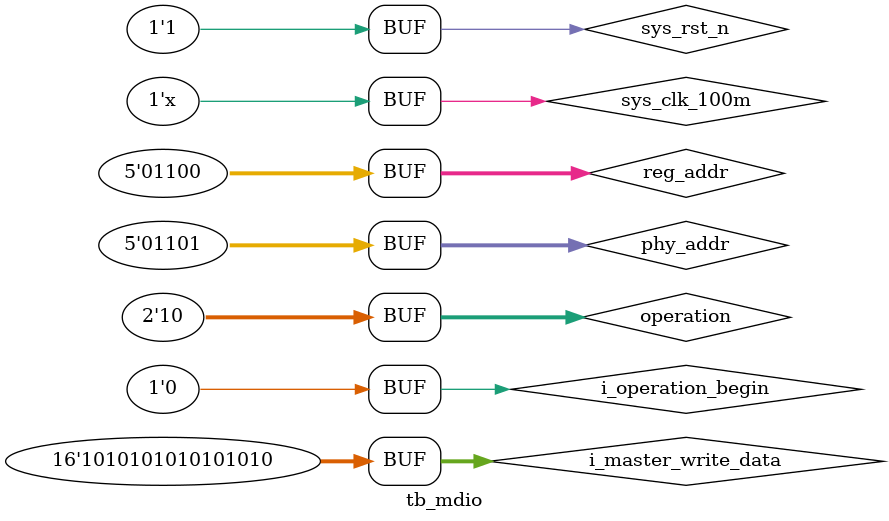
<source format=v>
`timescale 1ns / 1ps
 
`timescale 1ns/1ns

module tb_mdio ();

reg		        sys_clk_100m	        ;
reg		        sys_rst_n	        ;
reg                     i_operation_begin       ;
reg	[1:0]		operation               ;
wire                    mdio                    ;
wire	[0:0]		mdc                     ;
reg	[15:0]		i_master_write_data     ;
reg	[0:0]		r_mdio                  ;
reg	[46:0]		r_data_read             ;
wire	[0:0]		o_mdio_master_busy      ;
reg	[4:0]		phy_addr                ;
reg	[4:0]		reg_addr                ;
reg	[0:0]		r_ack_busy              ;    

always #5 	sys_clk_100m = ~sys_clk_100m 	;

initial begin
        sys_clk_100m	= 1'b0 ;
        sys_rst_n	= 1'b0 ;
        operation       = 2'b01 ;
        i_operation_begin = 1'b0 ;
        r_ack_busy = 1'b0 ;
        i_master_write_data = 16'hAAAA ;
        phy_addr = 5'b01101 ;        
        reg_addr = 5'b01100 ;
        #100
        sys_rst_n	= 1'b1 ;
        #3000
        i_operation_begin = 1'b1 ;
        #10
        i_operation_begin = 1'b0 ;
        #20_000
        operation = 2'b10 ;
        i_operation_begin = 1'b1 ;
        #10
        i_operation_begin = 1'b0 ;
        
end

assign mdio = r_ack_busy_0 ? r_mdio : 1'bz ;

always @(posedge mdc) begin
        if (o_mdio_master_busy) begin
                r_data_read <= {r_data_read , mdio} ;
        end
        else begin
                r_data_read <= r_data_read ;
        end
end   

always@(negedge mdc) begin 
        if (r_data_read == {32'hffffffff,2'b01,2'b10,phy_addr,reg_addr}) begin
                r_ack_busy <= 1'b1 ;
        end
        else if (r_byte_tx_num > 8'hf) begin
                r_ack_busy <= 1'b0 ;
        end
        else begin
                r_ack_busy <= r_ack_busy ;
        end
end 

reg	[0:0]		r_ack_busy_0 ;
reg	[0:0]		r_ack_busy_1 ;
wire	[0:0]		r_ack_busy_p0;
wire	[0:0]		r_ack_busy_p1;
reg	[7:0]		r_byte_tx_num;

always@(negedge mdc) begin
        r_ack_busy_0 <= r_ack_busy ;
        r_ack_busy_1 <= r_ack_busy_0 ;
end

assign r_ack_busy_p0 = (r_ack_busy) && (~r_ack_busy_0) ;
assign r_ack_busy_p1 = (r_ack_busy_0) && (~r_ack_busy_1) ;

always@(negedge mdc) begin
        if (r_ack_busy_p0) begin
                r_mdio <= 1'b0 ;
                r_byte_tx_num <= 8'h0 ;
        end
        else if (r_ack_busy_1 && r_byte_tx_num <= 8'hf) begin
                r_mdio <= i_master_write_data[r_byte_tx_num] ;
                r_byte_tx_num <= r_byte_tx_num + 1'b1 ;
        end
        else begin
                r_mdio <= r_mdio ;
                r_byte_tx_num <= r_byte_tx_num ;
        end
end

mdio_interface  mdio_interface_master 
(
        .sys_clk_100m            (sys_clk_100m),
        .sys_rst_n               (sys_rst_n),
        .i_operation             (operation),
        .i_phy_addr              (phy_addr),
        .i_reg_addr              (reg_addr),
        .i_master_write_data     (i_master_write_data),
        .i_operation_begin       (i_operation_begin),

        .o_master_read_data      (),
        .o_master_read_data_valid(),
        .o_operation_finish      (),
        .o_mdio_master_busy      (o_mdio_master_busy),
        .o_mdc		         (mdc),//5MHz
        .o_mdio		         (mdio)
);




endmodule


</source>
